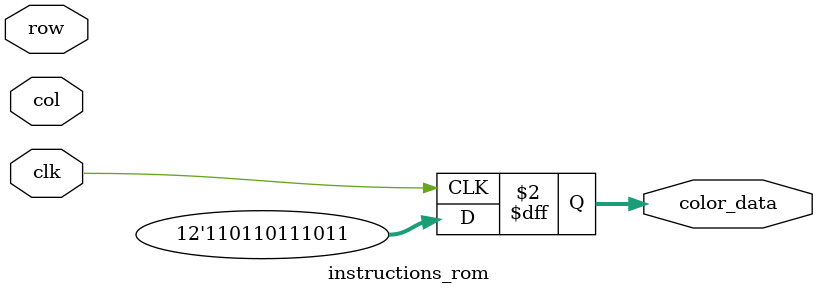
<source format=v>
module instructions_rom (
    input wire clk,
    input wire [8:0] row,
    input wire [9:0] col,
    output reg [11:0] color_data
);


    always @(posedge clk) begin
		color_data <= 12'b110110111011;
	end	    

endmodule
</source>
